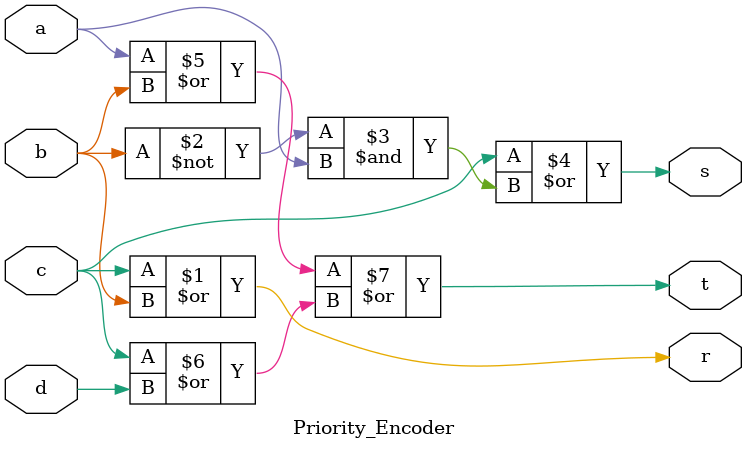
<source format=v>
`timescale 1ns / 1ps

module Priority_Encoder(
    input a, b, c, d,
    output r, s, t
    );
    
    assign r = c | b;
    assign s = c | ((~b) & a);
    assign t = (a | b) | (c | d);
    
endmodule

</source>
